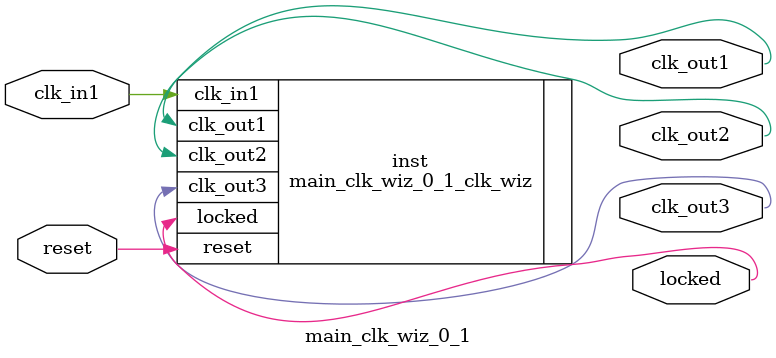
<source format=v>


`timescale 1ps/1ps

(* CORE_GENERATION_INFO = "main_clk_wiz_0_1,clk_wiz_v6_0_11_0_0,{component_name=main_clk_wiz_0_1,use_phase_alignment=true,use_min_o_jitter=false,use_max_i_jitter=false,use_dyn_phase_shift=false,use_inclk_switchover=false,use_dyn_reconfig=false,enable_axi=0,feedback_source=FDBK_AUTO,PRIMITIVE=MMCM,num_out_clk=3,clkin1_period=8.000,clkin2_period=10.000,use_power_down=false,use_reset=true,use_locked=true,use_inclk_stopped=false,feedback_type=SINGLE,CLOCK_MGR_TYPE=NA,manual_override=false}" *)

module main_clk_wiz_0_1 
 (
  // Clock out ports
  output        clk_out1,
  output        clk_out2,
  output        clk_out3,
  // Status and control signals
  input         reset,
  output        locked,
 // Clock in ports
  input         clk_in1
 );

  main_clk_wiz_0_1_clk_wiz inst
  (
  // Clock out ports  
  .clk_out1(clk_out1),
  .clk_out2(clk_out2),
  .clk_out3(clk_out3),
  // Status and control signals               
  .reset(reset), 
  .locked(locked),
 // Clock in ports
  .clk_in1(clk_in1)
  );

endmodule

</source>
